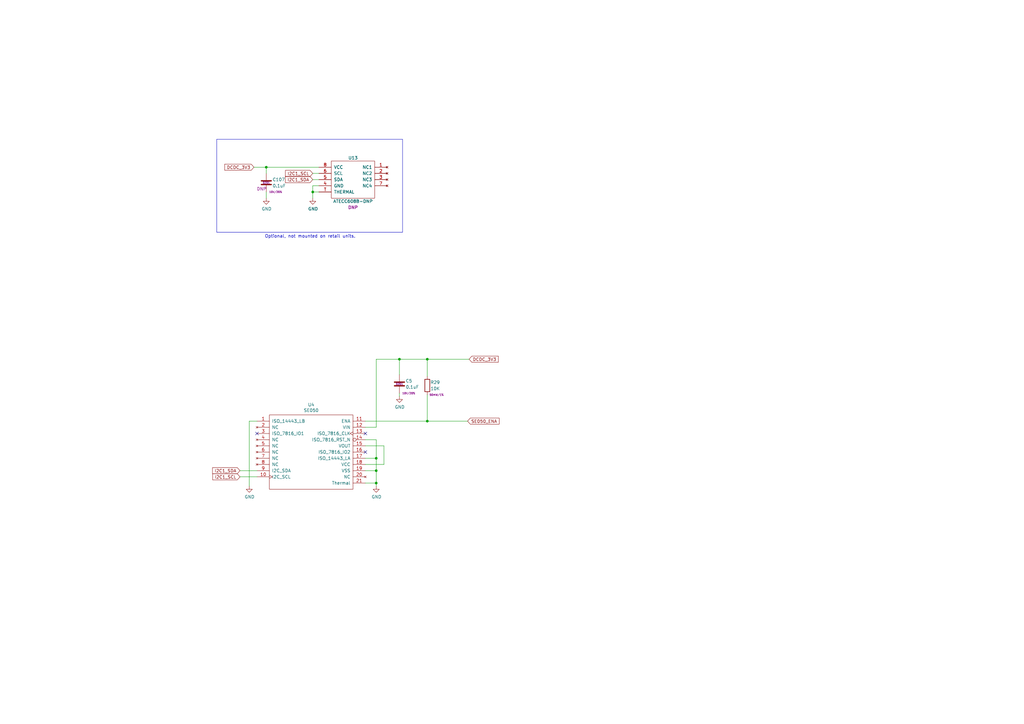
<source format=kicad_sch>
(kicad_sch (version 20230121) (generator eeschema)
  (paper "A3")
  (title_block (title "USB armory Mk II LAN") (date "2023-10-02") (rev "β") (company "WithSecure") (comment 1 "Copyright © WithSecure Corporation") (comment 2 "License: CERN-OHL-S") (comment 3 "https://github.com/usbarmory/usbarmory"))
  (lib_symbols
    (symbol "Device:C" (pin_numbers hide) (pin_names (offset 0.254))
      (property "Reference" "C" (at 0.635 2.54 0))
      (property "Value" "C" (at 0.635 -2.54 0))
      (symbol "C_0_1"
        (polyline (pts (xy -2.032 -0.762) (xy 2.032 -0.762)) (stroke (width 0.508)))
        (polyline (pts (xy -2.032 0.762) (xy 2.032 0.762)) (stroke (width 0.508)))
      )
      (symbol "C_1_1"
        (pin passive line (at 0 3.81 270) (length 2.794) (name "~") (number "1"))
        (pin passive line (at 0 -3.81 90) (length 2.794) (name "~") (number "2"))
      )
    )
    (symbol "Device:R" (pin_numbers hide) (pin_names (offset 0))
      (property "Reference" "R" (at 2.032 0 90))
      (property "Value" "R" (at 0 0 90))
      (symbol "R_0_1"
        (rectangle (start -1.016 -2.54) (end 1.016 2.54) (stroke (width 0.254)))
      )
      (symbol "R_1_1"
        (pin passive line (at 0 3.81 270) (length 1.27) (name "~") (number "1"))
        (pin passive line (at 0 -3.81 90) (length 1.27) (name "~") (number "2"))
      )
    )
    (symbol "Power:GND" (power) (pin_names (offset 0))
      (property "Value" "GND" (at 0 -3.81 0))
      (symbol "GND_0_1"
        (polyline (pts (xy 0 0) (xy 0 -1.27) (xy 1.27 -1.27) (xy 0 -2.54) (xy -1.27 -1.27) (xy 0 -1.27)))
      )
      (symbol "GND_1_1"
        (pin power_in line (at 0 0 270) (length 0) hide (name "GND") (number "1"))
      )
    )
    (symbol "armory-mkII:ATECC608" (pin_names (offset 1.016))
      (property "Reference" "U" (at -7.62 1.27 0))
      (property "Value" "ATECC608" (at 3.81 1.27 0))
      (symbol "ATECC608_1_1"
        (rectangle (start -8.89 0) (end 8.89 -15.24))
        (pin no_connect line (at 13.97 -2.54 180) (length 5.08) (name "NC1") (number "1"))
        (pin no_connect line (at 13.97 -5.08 180) (length 5.08) (name "NC2") (number "2"))
        (pin no_connect line (at 13.97 -7.62 180) (length 5.08) (name "NC3") (number "3"))
        (pin power_in line (at -13.97 -10.16 0) (length 5.08) (name "GND") (number "4"))
        (pin bidirectional line (at -13.97 -7.62 0) (length 5.08) (name "SDA") (number "5"))
        (pin bidirectional line (at -13.97 -5.08 0) (length 5.08) (name "SCL") (number "6"))
        (pin no_connect line (at 13.97 -10.16 180) (length 5.08) (name "NC4") (number "7"))
        (pin power_in line (at -13.97 -2.54 0) (length 5.08) (name "VCC") (number "8"))
        (pin passive line (at -13.97 -12.7 0) (length 5.08) (name "THERMAL") (number "T"))
      )
    )
    (symbol "armory-mkII:SE050" (pin_names (offset 1.016))
      (property "Reference" "U" (at -16.51 1.27 0))
      (property "Value" "SE050" (at -3.81 1.27 0))
      (symbol "SE050_1_1"
        (rectangle (start -17.78 0) (end 16.51 -30.48))
        (pin passive line (at -22.86 -2.54 0) (length 5.08) (name "ISO_14443_LB") (number "1"))
        (pin bidirectional clock (at -22.86 -25.4 0) (length 5.08) (name "I2C_SCL") (number "10"))
        (pin input line (at 21.59 -2.54 180) (length 5.08) (name "ENA") (number "11"))
        (pin power_in line (at 21.59 -5.08 180) (length 5.08) (name "VIN") (number "12"))
        (pin input clock (at 21.59 -7.62 180) (length 5.08) (name "ISO_7816_CLK") (number "13"))
        (pin input inverted (at 21.59 -10.16 180) (length 5.08) (name "ISO_7816_RST_N") (number "14"))
        (pin power_out line (at 21.59 -12.7 180) (length 5.08) (name "VOUT") (number "15"))
        (pin output line (at 21.59 -15.24 180) (length 5.08) (name "ISO_7816_IO2") (number "16"))
        (pin passive line (at 21.59 -17.78 180) (length 5.08) (name "ISO_14443_LA") (number "17"))
        (pin power_in line (at 21.59 -20.32 180) (length 5.08) (name "VCC") (number "18"))
        (pin power_in line (at 21.59 -22.86 180) (length 5.08) (name "VSS") (number "19"))
        (pin no_connect line (at -22.86 -5.08 0) (length 5.08) (name "NC") (number "2"))
        (pin no_connect line (at 21.59 -25.4 180) (length 5.08) (name "NC") (number "20"))
        (pin passive line (at 21.59 -27.94 180) (length 5.08) (name "Thermal") (number "21"))
        (pin bidirectional line (at -22.86 -7.62 0) (length 5.08) (name "ISO_7816_IO1") (number "3"))
        (pin no_connect line (at -22.86 -10.16 0) (length 5.08) (name "NC") (number "4"))
        (pin no_connect line (at -22.86 -12.7 0) (length 5.08) (name "NC") (number "5"))
        (pin no_connect line (at -22.86 -15.24 0) (length 5.08) (name "NC") (number "6"))
        (pin no_connect line (at -22.86 -17.78 0) (length 5.08) (name "NC") (number "7"))
        (pin no_connect line (at -22.86 -20.32 0) (length 5.08) (name "NC") (number "8"))
        (pin bidirectional line (at -22.86 -22.86 0) (length 5.08) (name "I2C_SDA") (number "9"))
      )
    )
  )
  (junction (at 175.26 147.32))
  (junction (at 154.305 187.96))
  (junction (at 154.305 198.12))
  (junction (at 128.27 78.74))
  (junction (at 175.26 172.72))
  (junction (at 154.305 193.04))
  (junction (at 109.22 68.58))
  (junction (at 163.83 147.32))
  (no_connect (at 149.86 185.42))
  (no_connect (at 105.41 177.8))
  (no_connect (at 149.86 177.8))
  (wire (pts (xy 175.26 154.305) (xy 175.26 147.32)))
  (wire (pts (xy 149.86 198.12) (xy 154.305 198.12)))
  (wire (pts (xy 154.305 187.96) (xy 154.305 193.04)))
  (wire (pts (xy 157.48 190.5) (xy 149.86 190.5)))
  (wire (pts (xy 128.27 78.74) (xy 128.27 81.28)))
  (wire (pts (xy 130.81 71.12) (xy 128.27 71.12)))
  (wire (pts (xy 105.41 172.72) (xy 102.235 172.72)))
  (polyline (pts (xy 88.9 57.15) (xy 88.9 95.25)))
  (polyline (pts (xy 165.1 95.25) (xy 165.1 57.15)))
  (wire (pts (xy 130.81 78.74) (xy 128.27 78.74)))
  (wire (pts (xy 130.81 76.2) (xy 128.27 76.2)))
  (wire (pts (xy 130.81 68.58) (xy 109.22 68.58)))
  (wire (pts (xy 105.41 193.04) (xy 98.425 193.04)))
  (wire (pts (xy 175.26 172.72) (xy 191.77 172.72)))
  (wire (pts (xy 163.83 147.32) (xy 163.83 153.67)))
  (wire (pts (xy 149.86 180.34) (xy 154.305 180.34)))
  (wire (pts (xy 154.305 175.26) (xy 149.86 175.26)))
  (wire (pts (xy 149.86 172.72) (xy 175.26 172.72)))
  (polyline (pts (xy 88.9 95.25) (xy 165.1 95.25)))
  (wire (pts (xy 149.86 187.96) (xy 154.305 187.96)))
  (wire (pts (xy 149.86 193.04) (xy 154.305 193.04)))
  (wire (pts (xy 192.405 147.32) (xy 175.26 147.32)))
  (wire (pts (xy 163.83 161.29) (xy 163.83 162.56)))
  (wire (pts (xy 109.22 68.58) (xy 104.14 68.58)))
  (wire (pts (xy 154.305 147.32) (xy 154.305 175.26)))
  (wire (pts (xy 175.26 161.925) (xy 175.26 172.72)))
  (wire (pts (xy 128.27 76.2) (xy 128.27 78.74)))
  (wire (pts (xy 154.305 193.04) (xy 154.305 198.12)))
  (wire (pts (xy 154.305 180.34) (xy 154.305 187.96)))
  (wire (pts (xy 130.81 73.66) (xy 128.27 73.66)))
  (wire (pts (xy 98.425 195.58) (xy 105.41 195.58)))
  (wire (pts (xy 109.22 71.12) (xy 109.22 68.58)))
  (wire (pts (xy 163.83 147.32) (xy 154.305 147.32)))
  (wire (pts (xy 157.48 182.88) (xy 157.48 190.5)))
  (wire (pts (xy 154.305 198.12) (xy 154.305 199.39)))
  (wire (pts (xy 149.86 182.88) (xy 157.48 182.88)))
  (wire (pts (xy 175.26 147.32) (xy 163.83 147.32)))
  (wire (pts (xy 102.235 172.72) (xy 102.235 199.39)))
  (polyline (pts (xy 165.1 57.15) (xy 88.9 57.15)))
  (wire (pts (xy 109.22 78.74) (xy 109.22 81.28)))
  (text "Optional, not mounted on retail units." (at 108.585 97.79 0) (effects (font (size 1.27 1.27)) (justify left bottom)))
  (global_label "I2C1_SCL" (shape input) (at 98.425 195.58 180) (property "Intersheetrefs" "${INTERSHEET_REFS}" (effects hide)))
  (global_label "I2C1_SCL" (shape input) (at 128.27 71.12 180) (property "Intersheetrefs" "${INTERSHEET_REFS}" (effects hide)))
  (global_label "I2C1_SDA" (shape input) (at 128.27 73.66 180) (property "Intersheetrefs" "${INTERSHEET_REFS}" (effects hide)))
  (global_label "I2C1_SDA" (shape input) (at 98.425 193.04 180) (property "Intersheetrefs" "${INTERSHEET_REFS}" (effects hide)))
  (global_label "DCDC_3V3" (shape input) (at 104.14 68.58 180) (property "Intersheetrefs" "${INTERSHEET_REFS}" (effects hide)))
  (global_label "DCDC_3V3" (shape input) (at 192.405 147.32 0) (property "Intersheetrefs" "${INTERSHEET_REFS}" (effects hide)))
  (global_label "SE050_ENA" (shape input) (at 191.77 172.72 0) (property "Intersheetrefs" "${INTERSHEET_REFS}" (effects hide)))
  (symbol (lib_id "Power:GND") (at 163.83 162.56 0) (unit 1)
    (property "Reference" "#PWR028" (effects hide))
    (property "Value" "GND" (at 163.957 166.9542 0))
  )
  (symbol (lib_id "Device:C") (at 163.83 157.48 0) (unit 1)
    (property "Reference" "C5" (at 166.37 156.21 0) (effects (justify left)))
    (property "Value" "0.1uF" (at 166.37 158.75 0) (effects (justify left)))
    (property "Footprint" "armory-kicad:SM0201" (effects hide))
    (property "Mfg" "Murata Electronics North America" (effects hide))
    (property "Mfg PN" "GRM033R61A104ME15D" (effects hide))
    (property "Desc" "X5R, 20%, 10V" (effects hide))
    (property "Supplier" "Digikey" (effects hide))
    (property "Supplier PN" "490-5405-2-ND" (effects hide))
    (property "FP" "0201" (at 163.83 157.48 0) (effects (font (size 0.762 0.762))))
    (property "Rating" "10V/20%" (at 167.64 161.29 0) (effects (font (size 0.762 0.762))))
  )
  (symbol (lib_id "Device:R") (at 175.26 158.115 0) (unit 1)
    (property "Reference" "R29" (at 176.53 156.845 0) (effects (justify left)))
    (property "Value" "10K" (at 176.53 159.385 0) (effects (justify left)))
    (property "Footprint" "armory-kicad:SM0201" (effects hide))
    (property "Mfg" "Vishay Dale" (effects hide))
    (property "Mfg PN" "CRCW020110K0JNED" (effects hide))
    (property "Desc" "5%, 50mW" (effects hide))
    (property "Supplier" "Digikey" (effects hide))
    (property "Supplier PN" "541-10KAGTR-ND" (effects hide))
    (property "Rating" "50mW/1%" (at 179.07 161.925 0) (effects (font (size 0.762 0.762))))
    (property "FP" "0201" (effects hide))
  )
  (symbol (lib_id "armory-mkII:ATECC608") (at 144.78 66.04 0) (unit 1)
    (property "Reference" "U13" (at 144.78 64.77 0))
    (property "Value" "ATECC608B-DNP" (at 144.78 82.55 0))
    (property "Footprint" "armory-kicad:UDFN-8" (effects hide))
    (property "Datasheet" "http://ww1.microchip.com/downloads/en/DeviceDoc/40001977A.pdf" (effects hide))
    (property "Mfg" "Microchip" (effects hide))
    (property "Mfg PN" "ATECC608B-MAHDA" (effects hide))
    (property "Desc" "Secure Element" (effects hide))
    (property "Supplier" "Digikey" (effects hide))
    (property "Supplier PN" "ATECC608B-MAHDA-SCT-ND" (effects hide))
    (property "DNP" "DNP" (at 144.78 85.09 0))
  )
  (symbol (lib_id "Power:GND") (at 128.27 81.28 0) (unit 1)
    (property "Reference" "#PWR087" (effects hide))
    (property "Value" "GND" (at 128.397 85.6742 0))
  )
  (symbol (lib_id "Power:GND") (at 109.22 81.28 0) (unit 1)
    (property "Reference" "#PWR086" (effects hide))
    (property "Value" "GND" (at 109.347 85.6742 0))
  )
  (symbol (lib_id "Device:C") (at 109.22 74.93 0) (unit 1)
    (property "Reference" "C107" (at 111.76 73.66 0) (effects (justify left)))
    (property "Value" "0.1uF" (at 111.76 76.2 0) (effects (justify left)))
    (property "Footprint" "armory-kicad:SM0201" (effects hide))
    (property "Mfg" "Murata Electronics North America" (effects hide))
    (property "Mfg PN" "GRM033R61A104ME15D" (effects hide))
    (property "Desc" "X5R, 20%, 10V" (effects hide))
    (property "Supplier" "Digikey" (effects hide))
    (property "Supplier PN" "490-5405-2-ND" (effects hide))
    (property "FP" "0201" (at 109.22 74.93 0) (effects (font (size 0.762 0.762))))
    (property "Rating" "10V/20%" (at 113.03 78.74 0) (effects (font (size 0.762 0.762))))
    (property "DNP" "DNP" (at 107.315 77.47 0))
  )
  (symbol (lib_id "armory-mkII:SE050") (at 128.27 170.18 0) (unit 1)
    (property "Reference" "U4" (at 127.635 165.989 0))
    (property "Value" "SE050" (at 127.635 168.3004 0))
    (property "Footprint" "armory-kicad:SOT1969-1" (effects hide))
    (property "Datasheet" "https://www.nxp.com/docs/en/data-sheet/SE050-DATASHEET.pdf" (effects hide))
    (property "Mfg" "NXP" (effects hide))
    (property "Mfg PN" "SE050C1HQ1/Z01SCZ" (effects hide))
    (property "Desc" "Secure Element" (effects hide))
    (property "Supplier" "Digikey" (effects hide))
    (property "Supplier PN" "568-15377-2-ND" (effects hide))
  )
  (symbol (lib_id "Power:GND") (at 102.235 199.39 0) (unit 1)
    (property "Reference" "#PWR0131" (effects hide))
    (property "Value" "GND" (at 102.362 203.7842 0))
  )
  (symbol (lib_id "Power:GND") (at 154.305 199.39 0) (unit 1)
    (property "Reference" "#PWR0132" (effects hide))
    (property "Value" "GND" (at 154.432 203.7842 0))
  )
)
</source>
